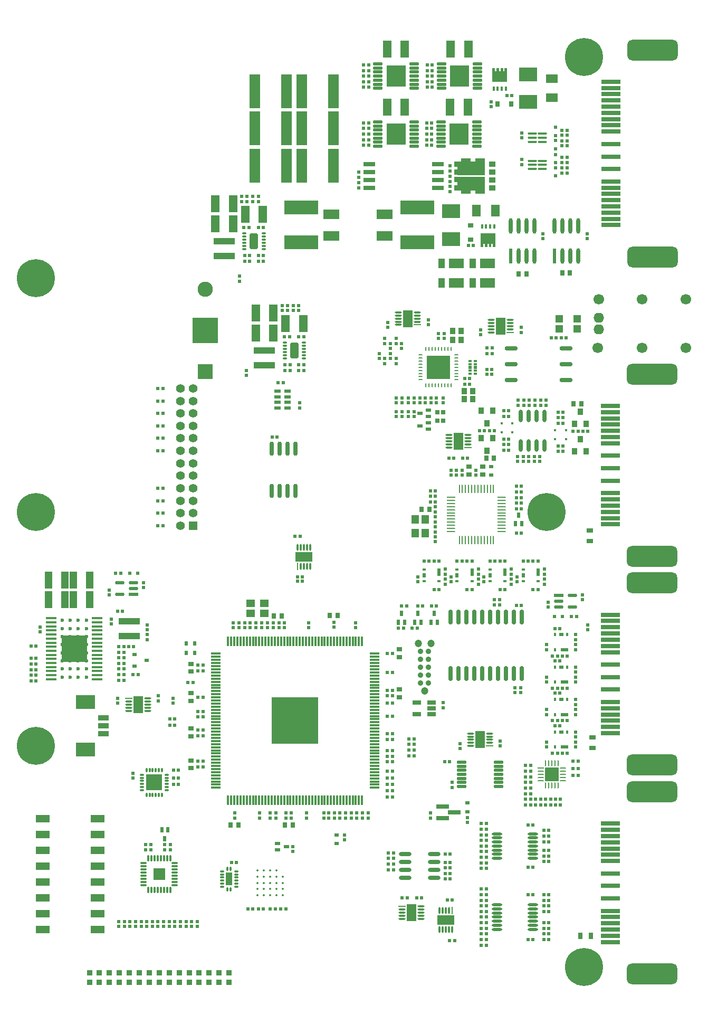
<source format=gts>
G04*
G04 #@! TF.GenerationSoftware,Altium Limited,Altium Designer,24.9.1 (31)*
G04*
G04 Layer_Color=8388736*
%FSLAX44Y44*%
%MOMM*%
G71*
G04*
G04 #@! TF.SameCoordinates,CDEC626A-A255-468D-B0CC-3EE591A55D7D*
G04*
G04*
G04 #@! TF.FilePolarity,Negative*
G04*
G01*
G75*
%ADD27R,4.1100X4.3600*%
G04:AMPARAMS|DCode=28|XSize=2.4692mm|YSize=0.6221mm|CornerRadius=0.3111mm|HoleSize=0mm|Usage=FLASHONLY|Rotation=90.000|XOffset=0mm|YOffset=0mm|HoleType=Round|Shape=RoundedRectangle|*
%AMROUNDEDRECTD28*
21,1,2.4692,0.0000,0,0,90.0*
21,1,1.8470,0.6221,0,0,90.0*
1,1,0.6221,0.0000,0.9235*
1,1,0.6221,0.0000,-0.9235*
1,1,0.6221,0.0000,-0.9235*
1,1,0.6221,0.0000,0.9235*
%
%ADD28ROUNDEDRECTD28*%
%ADD29R,0.6221X2.4692*%
%ADD31R,0.5000X0.4000*%
%ADD32R,0.5000X0.7500*%
%ADD33R,0.5000X1.3000*%
%ADD36R,0.4000X0.5000*%
%ADD37R,0.7500X0.5000*%
%ADD38R,1.3000X0.5000*%
%ADD40R,1.3552X0.2125*%
G04:AMPARAMS|DCode=41|XSize=1.3552mm|YSize=0.2125mm|CornerRadius=0.1062mm|HoleSize=0mm|Usage=FLASHONLY|Rotation=0.000|XOffset=0mm|YOffset=0mm|HoleType=Round|Shape=RoundedRectangle|*
%AMROUNDEDRECTD41*
21,1,1.3552,0.0000,0,0,0.0*
21,1,1.1428,0.2125,0,0,0.0*
1,1,0.2125,0.5714,0.0000*
1,1,0.2125,-0.5714,0.0000*
1,1,0.2125,-0.5714,0.0000*
1,1,0.2125,0.5714,0.0000*
%
%ADD41ROUNDEDRECTD41*%
G04:AMPARAMS|DCode=42|XSize=0.2125mm|YSize=1.3552mm|CornerRadius=0.1062mm|HoleSize=0mm|Usage=FLASHONLY|Rotation=0.000|XOffset=0mm|YOffset=0mm|HoleType=Round|Shape=RoundedRectangle|*
%AMROUNDEDRECTD42*
21,1,0.2125,1.1428,0,0,0.0*
21,1,0.0000,1.3552,0,0,0.0*
1,1,0.2125,0.0000,-0.5714*
1,1,0.2125,0.0000,-0.5714*
1,1,0.2125,0.0000,0.5714*
1,1,0.2125,0.0000,0.5714*
%
%ADD42ROUNDEDRECTD42*%
%ADD43R,0.8000X0.6000*%
%ADD45R,1.2000X1.4000*%
%ADD46R,0.4000X0.4000*%
G04:AMPARAMS|DCode=47|XSize=1.1596mm|YSize=0.2821mm|CornerRadius=0.1411mm|HoleSize=0mm|Usage=FLASHONLY|Rotation=180.000|XOffset=0mm|YOffset=0mm|HoleType=Round|Shape=RoundedRectangle|*
%AMROUNDEDRECTD47*
21,1,1.1596,0.0000,0,0,180.0*
21,1,0.8775,0.2821,0,0,180.0*
1,1,0.2821,-0.4387,0.0000*
1,1,0.2821,0.4387,0.0000*
1,1,0.2821,0.4387,0.0000*
1,1,0.2821,-0.4387,0.0000*
%
%ADD47ROUNDEDRECTD47*%
%ADD48R,1.1596X0.2821*%
%ADD52R,3.4000X0.9800*%
%ADD61R,1.8000X0.3000*%
%ADD62R,1.5046X0.5758*%
%ADD64R,0.6000X0.8000*%
%ADD67R,2.5000X1.5000*%
%ADD72R,1.0041X0.2393*%
G04:AMPARAMS|DCode=73|XSize=1.0041mm|YSize=0.2393mm|CornerRadius=0.1196mm|HoleSize=0mm|Usage=FLASHONLY|Rotation=0.000|XOffset=0mm|YOffset=0mm|HoleType=Round|Shape=RoundedRectangle|*
%AMROUNDEDRECTD73*
21,1,1.0041,0.0000,0,0,0.0*
21,1,0.7648,0.2393,0,0,0.0*
1,1,0.2393,0.3824,0.0000*
1,1,0.2393,-0.3824,0.0000*
1,1,0.2393,-0.3824,0.0000*
1,1,0.2393,0.3824,0.0000*
%
%ADD73ROUNDEDRECTD73*%
G04:AMPARAMS|DCode=74|XSize=0.2393mm|YSize=1.0041mm|CornerRadius=0.1196mm|HoleSize=0mm|Usage=FLASHONLY|Rotation=0.000|XOffset=0mm|YOffset=0mm|HoleType=Round|Shape=RoundedRectangle|*
%AMROUNDEDRECTD74*
21,1,0.2393,0.7648,0,0,0.0*
21,1,0.0000,1.0041,0,0,0.0*
1,1,0.2393,0.0000,-0.3824*
1,1,0.2393,0.0000,-0.3824*
1,1,0.2393,0.0000,0.3824*
1,1,0.2393,0.0000,0.3824*
%
%ADD74ROUNDEDRECTD74*%
G04:AMPARAMS|DCode=76|XSize=0.6mm|YSize=0.25mm|CornerRadius=0.125mm|HoleSize=0mm|Usage=FLASHONLY|Rotation=90.000|XOffset=0mm|YOffset=0mm|HoleType=Round|Shape=RoundedRectangle|*
%AMROUNDEDRECTD76*
21,1,0.6000,0.0000,0,0,90.0*
21,1,0.3500,0.2500,0,0,90.0*
1,1,0.2500,0.0000,0.1750*
1,1,0.2500,0.0000,-0.1750*
1,1,0.2500,0.0000,-0.1750*
1,1,0.2500,0.0000,0.1750*
%
%ADD76ROUNDEDRECTD76*%
G04:AMPARAMS|DCode=77|XSize=0.25mm|YSize=0.6mm|CornerRadius=0.125mm|HoleSize=0mm|Usage=FLASHONLY|Rotation=90.000|XOffset=0mm|YOffset=0mm|HoleType=Round|Shape=RoundedRectangle|*
%AMROUNDEDRECTD77*
21,1,0.2500,0.3500,0,0,90.0*
21,1,0.0000,0.6000,0,0,90.0*
1,1,0.2500,0.1750,0.0000*
1,1,0.2500,0.1750,0.0000*
1,1,0.2500,-0.1750,0.0000*
1,1,0.2500,-0.1750,0.0000*
%
%ADD77ROUNDEDRECTD77*%
%ADD78R,0.8000X0.9500*%
%ADD80R,0.6500X0.7500*%
%ADD92R,1.4000X1.2000*%
G04:AMPARAMS|DCode=94|XSize=1.1596mm|YSize=0.2821mm|CornerRadius=0.1411mm|HoleSize=0mm|Usage=FLASHONLY|Rotation=90.000|XOffset=0mm|YOffset=0mm|HoleType=Round|Shape=RoundedRectangle|*
%AMROUNDEDRECTD94*
21,1,1.1596,0.0000,0,0,90.0*
21,1,0.8775,0.2821,0,0,90.0*
1,1,0.2821,0.0000,0.4387*
1,1,0.2821,0.0000,-0.4387*
1,1,0.2821,0.0000,-0.4387*
1,1,0.2821,0.0000,0.4387*
%
%ADD94ROUNDEDRECTD94*%
%ADD95R,0.2821X1.1596*%
G04:AMPARAMS|DCode=96|XSize=1.5046mm|YSize=0.5758mm|CornerRadius=0.2879mm|HoleSize=0mm|Usage=FLASHONLY|Rotation=180.000|XOffset=0mm|YOffset=0mm|HoleType=Round|Shape=RoundedRectangle|*
%AMROUNDEDRECTD96*
21,1,1.5046,0.0000,0,0,180.0*
21,1,0.9288,0.5758,0,0,180.0*
1,1,0.5758,-0.4644,0.0000*
1,1,0.5758,0.4644,0.0000*
1,1,0.5758,0.4644,0.0000*
1,1,0.5758,-0.4644,0.0000*
%
%ADD96ROUNDEDRECTD96*%
%ADD99C,0.3500*%
G04:AMPARAMS|DCode=102|XSize=1.464mm|YSize=0.3758mm|CornerRadius=0.1879mm|HoleSize=0mm|Usage=FLASHONLY|Rotation=180.000|XOffset=0mm|YOffset=0mm|HoleType=Round|Shape=RoundedRectangle|*
%AMROUNDEDRECTD102*
21,1,1.4640,0.0000,0,0,180.0*
21,1,1.0881,0.3758,0,0,180.0*
1,1,0.3758,-0.5441,0.0000*
1,1,0.3758,0.5441,0.0000*
1,1,0.3758,0.5441,0.0000*
1,1,0.3758,-0.5441,0.0000*
%
%ADD102ROUNDEDRECTD102*%
%ADD103R,1.4640X0.3758*%
%ADD107R,0.4200X0.7000*%
%ADD108C,1.5188*%
%ADD109R,1.8382X1.4532*%
%ADD110R,1.4532X1.8382*%
%ADD111R,1.0000X0.7000*%
%ADD112R,0.7000X1.0000*%
%ADD113R,2.4000X1.5000*%
%ADD114R,1.0500X1.5000*%
%ADD127R,0.5500X0.5500*%
%ADD128R,0.5500X0.5500*%
%ADD129R,0.5000X0.8500*%
%ADD130R,0.9500X0.8000*%
%ADD131C,0.9000*%
%ADD132R,1.5800X2.6800*%
G04:AMPARAMS|DCode=133|XSize=2.6mm|YSize=1.4mm|CornerRadius=0.375mm|HoleSize=0mm|Usage=FLASHONLY|Rotation=270.000|XOffset=0mm|YOffset=0mm|HoleType=Round|Shape=RoundedRectangle|*
%AMROUNDEDRECTD133*
21,1,2.6000,0.6500,0,0,270.0*
21,1,1.8500,1.4000,0,0,270.0*
1,1,0.7500,-0.3250,-0.9250*
1,1,0.7500,-0.3250,0.9250*
1,1,0.7500,0.3250,0.9250*
1,1,0.7500,0.3250,-0.9250*
%
%ADD133ROUNDEDRECTD133*%
G04:AMPARAMS|DCode=134|XSize=0.35mm|YSize=0.72mm|CornerRadius=0.1125mm|HoleSize=0mm|Usage=FLASHONLY|Rotation=270.000|XOffset=0mm|YOffset=0mm|HoleType=Round|Shape=RoundedRectangle|*
%AMROUNDEDRECTD134*
21,1,0.3500,0.4950,0,0,270.0*
21,1,0.1250,0.7200,0,0,270.0*
1,1,0.2250,-0.2475,-0.0625*
1,1,0.2250,-0.2475,0.0625*
1,1,0.2250,0.2475,0.0625*
1,1,0.2250,0.2475,-0.0625*
%
%ADD134ROUNDEDRECTD134*%
%ADD135R,1.3500X2.8000*%
%ADD136R,0.9000X1.0000*%
%ADD137O,0.7000X2.0000*%
%ADD138O,0.7500X0.3500*%
%ADD139O,0.3500X0.7500*%
%ADD140R,2.5000X2.5000*%
%ADD141O,0.7000X2.3000*%
G04:AMPARAMS|DCode=142|XSize=0.4mm|YSize=1.55mm|CornerRadius=0.125mm|HoleSize=0mm|Usage=FLASHONLY|Rotation=0.000|XOffset=0mm|YOffset=0mm|HoleType=Round|Shape=RoundedRectangle|*
%AMROUNDEDRECTD142*
21,1,0.4000,1.3000,0,0,0.0*
21,1,0.1500,1.5500,0,0,0.0*
1,1,0.2500,0.0750,-0.6500*
1,1,0.2500,-0.0750,-0.6500*
1,1,0.2500,-0.0750,0.6500*
1,1,0.2500,0.0750,0.6500*
%
%ADD142ROUNDEDRECTD142*%
G04:AMPARAMS|DCode=143|XSize=0.4mm|YSize=1.55mm|CornerRadius=0.125mm|HoleSize=0mm|Usage=FLASHONLY|Rotation=90.000|XOffset=0mm|YOffset=0mm|HoleType=Round|Shape=RoundedRectangle|*
%AMROUNDEDRECTD143*
21,1,0.4000,1.3000,0,0,90.0*
21,1,0.1500,1.5500,0,0,90.0*
1,1,0.2500,0.6500,0.0750*
1,1,0.2500,0.6500,-0.0750*
1,1,0.2500,-0.6500,-0.0750*
1,1,0.2500,-0.6500,0.0750*
%
%ADD143ROUNDEDRECTD143*%
%ADD144R,2.0000X0.7000*%
G04:AMPARAMS|DCode=145|XSize=0.55mm|YSize=1.5mm|CornerRadius=0.0995mm|HoleSize=0mm|Usage=FLASHONLY|Rotation=270.000|XOffset=0mm|YOffset=0mm|HoleType=Round|Shape=RoundedRectangle|*
%AMROUNDEDRECTD145*
21,1,0.5500,1.3010,0,0,270.0*
21,1,0.3510,1.5000,0,0,270.0*
1,1,0.1990,-0.6505,-0.1755*
1,1,0.1990,-0.6505,0.1755*
1,1,0.1990,0.6505,0.1755*
1,1,0.1990,0.6505,-0.1755*
%
%ADD145ROUNDEDRECTD145*%
%ADD146R,7.4500X7.4500*%
%ADD147O,0.7000X2.4000*%
%ADD148R,0.7000X0.6000*%
%ADD149R,0.8500X0.5000*%
%ADD150R,1.3000X1.3000*%
%ADD151R,4.0600X4.0600*%
%ADD152R,2.2500X2.2500*%
%ADD153R,1.8000X5.5000*%
%ADD154R,3.7000X3.7000*%
%ADD155R,0.9000X1.0500*%
%ADD156O,2.1000X0.7000*%
%ADD157R,0.6000X0.3500*%
%ADD158R,0.6000X0.5500*%
%ADD159R,2.8430X2.2590*%
%ADD160O,1.6500X0.4500*%
G04:AMPARAMS|DCode=161|XSize=3.42mm|YSize=8.1mm|CornerRadius=0.88mm|HoleSize=0mm|Usage=FLASHONLY|Rotation=90.000|XOffset=0mm|YOffset=0mm|HoleType=Round|Shape=RoundedRectangle|*
%AMROUNDEDRECTD161*
21,1,3.4200,6.3400,0,0,90.0*
21,1,1.6600,8.1000,0,0,90.0*
1,1,1.7600,3.1700,0.8300*
1,1,1.7600,3.1700,-0.8300*
1,1,1.7600,-3.1700,-0.8300*
1,1,1.7600,-3.1700,0.8300*
%
%ADD161ROUNDEDRECTD161*%
G04:AMPARAMS|DCode=162|XSize=0.76mm|YSize=3.1mm|CornerRadius=0.215mm|HoleSize=0mm|Usage=FLASHONLY|Rotation=90.000|XOffset=0mm|YOffset=0mm|HoleType=Round|Shape=RoundedRectangle|*
%AMROUNDEDRECTD162*
21,1,0.7600,2.6700,0,0,90.0*
21,1,0.3300,3.1000,0,0,90.0*
1,1,0.4300,1.3350,0.1650*
1,1,0.4300,1.3350,-0.1650*
1,1,0.4300,-1.3350,-0.1650*
1,1,0.4300,-1.3350,0.1650*
%
%ADD162ROUNDEDRECTD162*%
%ADD163R,1.7000X0.9100*%
%ADD164R,3.1000X2.2000*%
G04:AMPARAMS|DCode=165|XSize=0.37mm|YSize=1mm|CornerRadius=0.1175mm|HoleSize=0mm|Usage=FLASHONLY|Rotation=90.000|XOffset=0mm|YOffset=0mm|HoleType=Round|Shape=RoundedRectangle|*
%AMROUNDEDRECTD165*
21,1,0.3700,0.7650,0,0,90.0*
21,1,0.1350,1.0000,0,0,90.0*
1,1,0.2350,0.3825,0.0675*
1,1,0.2350,0.3825,-0.0675*
1,1,0.2350,-0.3825,-0.0675*
1,1,0.2350,-0.3825,0.0675*
%
%ADD165ROUNDEDRECTD165*%
%ADD166R,1.9000X1.9000*%
G04:AMPARAMS|DCode=167|XSize=0.37mm|YSize=1mm|CornerRadius=0.1175mm|HoleSize=0mm|Usage=FLASHONLY|Rotation=180.000|XOffset=0mm|YOffset=0mm|HoleType=Round|Shape=RoundedRectangle|*
%AMROUNDEDRECTD167*
21,1,0.3700,0.7650,0,0,180.0*
21,1,0.1350,1.0000,0,0,180.0*
1,1,0.2350,-0.0675,0.3825*
1,1,0.2350,0.0675,0.3825*
1,1,0.2350,0.0675,-0.3825*
1,1,0.2350,-0.0675,-0.3825*
%
%ADD167ROUNDEDRECTD167*%
%ADD168R,1.9000X0.7000*%
%ADD169R,2.6800X1.5800*%
%ADD170O,2.0000X0.7000*%
%ADD171R,1.0000X0.6000*%
G04:AMPARAMS|DCode=172|XSize=0.55mm|YSize=1.6mm|CornerRadius=0.1625mm|HoleSize=0mm|Usage=FLASHONLY|Rotation=90.000|XOffset=0mm|YOffset=0mm|HoleType=Round|Shape=RoundedRectangle|*
%AMROUNDEDRECTD172*
21,1,0.5500,1.2750,0,0,90.0*
21,1,0.2250,1.6000,0,0,90.0*
1,1,0.3250,0.6375,0.1125*
1,1,0.3250,0.6375,-0.1125*
1,1,0.3250,-0.6375,-0.1125*
1,1,0.3250,-0.6375,0.1125*
%
%ADD172ROUNDEDRECTD172*%
%ADD173R,3.0400X3.4400*%
%ADD174R,2.3000X1.2000*%
%ADD175R,0.9000X0.9000*%
%ADD176R,1.1000X0.8500*%
%ADD177R,0.5800X0.5000*%
%ADD178R,0.7300X0.9300*%
%ADD179R,0.9300X0.7300*%
%ADD180R,0.5000X0.5800*%
%ADD181R,5.5000X2.3000*%
%ADD182R,1.1500X2.7000*%
%ADD183R,1.1000X2.1000*%
G04:AMPARAMS|DCode=184|XSize=0.35mm|YSize=0.7mm|CornerRadius=0.1125mm|HoleSize=0mm|Usage=FLASHONLY|Rotation=0.000|XOffset=0mm|YOffset=0mm|HoleType=Round|Shape=RoundedRectangle|*
%AMROUNDEDRECTD184*
21,1,0.3500,0.4750,0,0,0.0*
21,1,0.1250,0.7000,0,0,0.0*
1,1,0.2250,0.0625,-0.2375*
1,1,0.2250,-0.0625,-0.2375*
1,1,0.2250,-0.0625,0.2375*
1,1,0.2250,0.0625,0.2375*
%
%ADD184ROUNDEDRECTD184*%
G04:AMPARAMS|DCode=185|XSize=0.35mm|YSize=0.7mm|CornerRadius=0.1125mm|HoleSize=0mm|Usage=FLASHONLY|Rotation=270.000|XOffset=0mm|YOffset=0mm|HoleType=Round|Shape=RoundedRectangle|*
%AMROUNDEDRECTD185*
21,1,0.3500,0.4750,0,0,270.0*
21,1,0.1250,0.7000,0,0,270.0*
1,1,0.2250,-0.2375,-0.0625*
1,1,0.2250,-0.2375,0.0625*
1,1,0.2250,0.2375,0.0625*
1,1,0.2250,0.2375,-0.0625*
%
%ADD185ROUNDEDRECTD185*%
%ADD186R,1.4000X0.8000*%
%ADD187R,4.3800X2.1800*%
%ADD188R,1.5000X2.6750*%
%ADD189C,1.2000*%
%ADD190C,1.3900*%
%ADD191R,1.3900X1.3900*%
%ADD192C,2.4500*%
%ADD193R,2.4500X2.4500*%
%ADD194O,1.7000X1.6000*%
%ADD195C,1.7000*%
%ADD196C,0.1000*%
%ADD197C,6.1000*%
%ADD198C,0.6000*%
G36*
X337600Y424500D02*
X333400D01*
Y429900D01*
X331100D01*
Y424500D01*
X326900D01*
Y429900D01*
X324600D01*
Y424500D01*
X320400D01*
Y429900D01*
X318100D01*
Y424500D01*
X313900D01*
Y447000D01*
X337600D01*
Y424500D01*
D02*
G37*
G36*
X356263Y689563D02*
X332562D01*
Y712063D01*
X336763D01*
Y706663D01*
X339062D01*
Y712063D01*
X343262D01*
Y706663D01*
X345563D01*
Y712063D01*
X349762D01*
Y706663D01*
X352062D01*
Y712063D01*
X356263D01*
Y689563D01*
D02*
G37*
D27*
X-338500Y-219500D02*
D03*
D28*
X362000Y458386D02*
D03*
X374700D02*
D03*
X387400D02*
D03*
X400100D02*
D03*
Y410114D02*
D03*
X387400D02*
D03*
X374700D02*
D03*
X432000Y458386D02*
D03*
X444700D02*
D03*
X457400D02*
D03*
X470100D02*
D03*
Y410114D02*
D03*
X457400D02*
D03*
X444700D02*
D03*
D29*
X362000D02*
D03*
X432000D02*
D03*
D31*
X223000Y-92500D02*
D03*
Y-111500D02*
D03*
X247000D02*
D03*
X300000D02*
D03*
X276000D02*
D03*
Y-92500D02*
D03*
X353000Y-111500D02*
D03*
X329000D02*
D03*
Y-92500D02*
D03*
X406000Y-111500D02*
D03*
X382000D02*
D03*
Y-92500D02*
D03*
D32*
X223000Y-102000D02*
D03*
X276000D02*
D03*
X329000D02*
D03*
X382000D02*
D03*
D33*
X247000Y-97000D02*
D03*
X300000D02*
D03*
X353000D02*
D03*
X406000D02*
D03*
D36*
X452500Y-353000D02*
D03*
X433500D02*
D03*
Y-377000D02*
D03*
X452500Y-301000D02*
D03*
X433500D02*
D03*
Y-325000D02*
D03*
X452500Y-249000D02*
D03*
X433500D02*
D03*
Y-273000D02*
D03*
X452500Y-197000D02*
D03*
X433500D02*
D03*
Y-221000D02*
D03*
D37*
X443000Y-353000D02*
D03*
Y-301000D02*
D03*
Y-249000D02*
D03*
Y-197000D02*
D03*
D38*
X448000Y-377000D02*
D03*
Y-325000D02*
D03*
Y-273000D02*
D03*
Y-221000D02*
D03*
D40*
X266245Y23500D02*
D03*
D41*
Y18500D02*
D03*
Y13500D02*
D03*
Y8500D02*
D03*
Y3500D02*
D03*
Y-1500D02*
D03*
Y-6500D02*
D03*
Y-11500D02*
D03*
Y-16500D02*
D03*
Y-21500D02*
D03*
Y-26500D02*
D03*
Y-31500D02*
D03*
X347755D02*
D03*
Y-26500D02*
D03*
Y-21500D02*
D03*
Y-16500D02*
D03*
Y-11500D02*
D03*
Y-6500D02*
D03*
Y-1500D02*
D03*
Y3500D02*
D03*
Y8500D02*
D03*
Y13500D02*
D03*
Y18500D02*
D03*
Y23500D02*
D03*
D42*
X279500Y-44755D02*
D03*
X284500D02*
D03*
X289500D02*
D03*
X294500D02*
D03*
X299500D02*
D03*
X304500D02*
D03*
X309500D02*
D03*
X314500D02*
D03*
X319500D02*
D03*
X324500D02*
D03*
X329500D02*
D03*
X334500D02*
D03*
Y36755D02*
D03*
X329500D02*
D03*
X324500D02*
D03*
X319500D02*
D03*
X314500D02*
D03*
X309500D02*
D03*
X304500D02*
D03*
X299500D02*
D03*
X294500D02*
D03*
X289500D02*
D03*
X284500D02*
D03*
X279500D02*
D03*
D43*
X331000Y73000D02*
D03*
Y59000D02*
D03*
X83000Y-518000D02*
D03*
X293000Y-481000D02*
D03*
Y-467000D02*
D03*
X83000Y-532000D02*
D03*
D45*
X209000Y-12000D02*
D03*
Y-34000D02*
D03*
X225000D02*
D03*
Y-12000D02*
D03*
D46*
X433500Y117000D02*
D03*
X450500D02*
D03*
Y131000D02*
D03*
X433500D02*
D03*
X347500Y128000D02*
D03*
X364500D02*
D03*
Y142000D02*
D03*
X347500D02*
D03*
D47*
X263202Y103473D02*
D03*
Y108473D02*
D03*
Y113473D02*
D03*
Y118473D02*
D03*
Y123473D02*
D03*
X293727D02*
D03*
Y118473D02*
D03*
Y113473D02*
D03*
Y108473D02*
D03*
X218263Y-633000D02*
D03*
Y-638000D02*
D03*
Y-643000D02*
D03*
Y-648000D02*
D03*
Y-653000D02*
D03*
X187738D02*
D03*
Y-648000D02*
D03*
Y-643000D02*
D03*
Y-638000D02*
D03*
X297738Y-375500D02*
D03*
Y-370500D02*
D03*
Y-365500D02*
D03*
Y-360500D02*
D03*
Y-355500D02*
D03*
X328262D02*
D03*
Y-360500D02*
D03*
Y-365500D02*
D03*
Y-370500D02*
D03*
X-220737Y-299000D02*
D03*
Y-304000D02*
D03*
Y-309000D02*
D03*
Y-314000D02*
D03*
Y-319000D02*
D03*
X-251262D02*
D03*
Y-314000D02*
D03*
Y-309000D02*
D03*
Y-304000D02*
D03*
X330737Y288000D02*
D03*
Y293000D02*
D03*
Y298000D02*
D03*
Y303000D02*
D03*
Y308000D02*
D03*
X361262D02*
D03*
Y303000D02*
D03*
Y298000D02*
D03*
Y293000D02*
D03*
X181737Y300000D02*
D03*
Y305000D02*
D03*
Y310000D02*
D03*
Y315000D02*
D03*
Y320000D02*
D03*
X212262D02*
D03*
Y315000D02*
D03*
Y310000D02*
D03*
Y305000D02*
D03*
D48*
X293727Y103473D02*
D03*
X187738Y-633000D02*
D03*
X328262Y-375500D02*
D03*
X-251262Y-299000D02*
D03*
X361262Y288000D02*
D03*
X212262Y300000D02*
D03*
D52*
X-33000Y258850D02*
D03*
Y235150D02*
D03*
X-250000Y-175150D02*
D03*
Y-198850D02*
D03*
X-98000Y433850D02*
D03*
Y410150D02*
D03*
D61*
X-375500Y-209750D02*
D03*
X-301500Y-170750D02*
D03*
Y-177250D02*
D03*
Y-183750D02*
D03*
Y-190250D02*
D03*
Y-196750D02*
D03*
Y-203250D02*
D03*
Y-209750D02*
D03*
Y-216250D02*
D03*
Y-222750D02*
D03*
Y-229250D02*
D03*
Y-235750D02*
D03*
Y-242250D02*
D03*
Y-248750D02*
D03*
Y-255250D02*
D03*
Y-261750D02*
D03*
Y-268250D02*
D03*
X-375500D02*
D03*
Y-261750D02*
D03*
Y-255250D02*
D03*
Y-248750D02*
D03*
Y-242250D02*
D03*
Y-235750D02*
D03*
Y-229250D02*
D03*
Y-222750D02*
D03*
Y-216250D02*
D03*
Y-203250D02*
D03*
Y-196750D02*
D03*
Y-190250D02*
D03*
Y-183750D02*
D03*
Y-177250D02*
D03*
Y-170750D02*
D03*
D62*
X439000Y-134000D02*
D03*
X-243508Y-132465D02*
D03*
D64*
X-145000Y-226000D02*
D03*
Y-211000D02*
D03*
X-159000Y-226000D02*
D03*
Y-211000D02*
D03*
D67*
X159500Y442500D02*
D03*
X74500D02*
D03*
X159500Y477500D02*
D03*
X74500D02*
D03*
D72*
X410229Y-411000D02*
D03*
D73*
Y-416000D02*
D03*
Y-421000D02*
D03*
Y-426000D02*
D03*
Y-431000D02*
D03*
X445771D02*
D03*
Y-426000D02*
D03*
Y-421000D02*
D03*
Y-416000D02*
D03*
Y-411000D02*
D03*
D74*
X418000Y-438770D02*
D03*
X423000D02*
D03*
X428000D02*
D03*
X433000D02*
D03*
X438000D02*
D03*
Y-403229D02*
D03*
X433000D02*
D03*
X428000D02*
D03*
X423000D02*
D03*
X418000D02*
D03*
D76*
X226000Y203000D02*
D03*
X231000D02*
D03*
X236000D02*
D03*
X241000D02*
D03*
X246000D02*
D03*
X251000D02*
D03*
X256000D02*
D03*
X261000D02*
D03*
X266000D02*
D03*
Y261000D02*
D03*
X261000D02*
D03*
X256000D02*
D03*
X251000D02*
D03*
X246000D02*
D03*
X241000D02*
D03*
X236000D02*
D03*
X231000D02*
D03*
X226000D02*
D03*
D77*
X275000Y212000D02*
D03*
Y217000D02*
D03*
Y222000D02*
D03*
Y227000D02*
D03*
Y232000D02*
D03*
Y237000D02*
D03*
Y242000D02*
D03*
Y247000D02*
D03*
Y252000D02*
D03*
X217000D02*
D03*
Y247000D02*
D03*
Y242000D02*
D03*
Y237000D02*
D03*
Y232000D02*
D03*
Y227000D02*
D03*
Y222000D02*
D03*
Y217000D02*
D03*
Y212000D02*
D03*
D78*
X457250Y383000D02*
D03*
X444750D02*
D03*
X387250Y382000D02*
D03*
X374750D02*
D03*
X218750Y4000D02*
D03*
X231250D02*
D03*
X475250Y173000D02*
D03*
X462750D02*
D03*
X322750Y86000D02*
D03*
X335250D02*
D03*
X-18250Y-167000D02*
D03*
X-5750D02*
D03*
X-250Y-502000D02*
D03*
X12250D02*
D03*
X-87250D02*
D03*
X-74750D02*
D03*
X71750Y-166012D02*
D03*
X84250D02*
D03*
D80*
X244000Y159500D02*
D03*
Y146500D02*
D03*
X254000D02*
D03*
Y159500D02*
D03*
D92*
X-55000Y-147000D02*
D03*
X-33000D02*
D03*
Y-163000D02*
D03*
X-55000D02*
D03*
D94*
X20000Y-56737D02*
D03*
X25000D02*
D03*
X30000D02*
D03*
X35000D02*
D03*
X40000D02*
D03*
Y-87262D02*
D03*
X35000D02*
D03*
X30000D02*
D03*
X25000D02*
D03*
X268000Y-670263D02*
D03*
X263000D02*
D03*
X258000D02*
D03*
X253000D02*
D03*
X248000D02*
D03*
Y-639738D02*
D03*
X253000D02*
D03*
X258000D02*
D03*
X263000D02*
D03*
D95*
X20000Y-87262D02*
D03*
X268000Y-639738D02*
D03*
D96*
X-265524Y-132465D02*
D03*
Y-113465D02*
D03*
X-243508D02*
D03*
Y-122965D02*
D03*
X461016Y-134000D02*
D03*
Y-153000D02*
D03*
X439000D02*
D03*
Y-143500D02*
D03*
D99*
X-44000Y-615000D02*
D03*
Y-605000D02*
D03*
Y-595000D02*
D03*
Y-585000D02*
D03*
Y-575000D02*
D03*
X-34000Y-615000D02*
D03*
Y-605000D02*
D03*
Y-595000D02*
D03*
Y-585000D02*
D03*
Y-575000D02*
D03*
X-24000Y-615000D02*
D03*
Y-605000D02*
D03*
Y-595000D02*
D03*
Y-585000D02*
D03*
Y-575000D02*
D03*
X-14000Y-615000D02*
D03*
Y-605000D02*
D03*
Y-595000D02*
D03*
Y-585000D02*
D03*
Y-575000D02*
D03*
X-4000Y-615000D02*
D03*
Y-605000D02*
D03*
Y-595000D02*
D03*
Y-585000D02*
D03*
D102*
X396799Y593500D02*
D03*
Y600000D02*
D03*
Y606500D02*
D03*
X413201D02*
D03*
Y600000D02*
D03*
X396799Y550100D02*
D03*
Y556600D02*
D03*
Y563100D02*
D03*
X413201D02*
D03*
Y556600D02*
D03*
D103*
Y593500D02*
D03*
Y550100D02*
D03*
D107*
X354162Y678562D02*
D03*
X347663D02*
D03*
X341162D02*
D03*
X334663D02*
D03*
X316000Y458000D02*
D03*
X322500D02*
D03*
X329000D02*
D03*
X335500D02*
D03*
D108*
X341000Y698000D02*
D03*
X329162Y438563D02*
D03*
D109*
X428000Y695158D02*
D03*
Y664842D02*
D03*
D110*
X306842Y483000D02*
D03*
X337158D02*
D03*
D111*
X493000Y-361500D02*
D03*
Y-378500D02*
D03*
X489000Y-29500D02*
D03*
Y-46500D02*
D03*
D112*
X490500Y-680000D02*
D03*
X473500D02*
D03*
D113*
X274500Y367000D02*
D03*
Y399000D02*
D03*
X324500Y367000D02*
D03*
Y399000D02*
D03*
D114*
X250750Y367000D02*
D03*
Y399000D02*
D03*
X300750Y367000D02*
D03*
Y399000D02*
D03*
D127*
X239000Y-125000D02*
D03*
X247000D02*
D03*
X231000Y-79000D02*
D03*
X223000D02*
D03*
X239000D02*
D03*
X247000D02*
D03*
X300000Y-125000D02*
D03*
X292000D02*
D03*
X276000Y-79000D02*
D03*
X284000D02*
D03*
X300000D02*
D03*
X292000D02*
D03*
X353000Y-125000D02*
D03*
X345000D02*
D03*
X329000Y-79000D02*
D03*
X337000D02*
D03*
X353000D02*
D03*
X345000D02*
D03*
X406000Y-125000D02*
D03*
X398000D02*
D03*
X382000Y-79000D02*
D03*
X390000D02*
D03*
X406000D02*
D03*
X398000D02*
D03*
X441000Y-343000D02*
D03*
X433000D02*
D03*
X429000Y-387000D02*
D03*
X437000D02*
D03*
X453000D02*
D03*
X445000D02*
D03*
X433000Y-291000D02*
D03*
X441000D02*
D03*
X429000Y-335000D02*
D03*
X437000D02*
D03*
X453000D02*
D03*
X445000D02*
D03*
X433000Y-239000D02*
D03*
X441000D02*
D03*
X429000Y-283000D02*
D03*
X437000D02*
D03*
X453000D02*
D03*
X445000D02*
D03*
X379000Y41000D02*
D03*
X371000D02*
D03*
X371000Y5000D02*
D03*
X379000D02*
D03*
X371000Y14000D02*
D03*
X379000D02*
D03*
X379000Y23000D02*
D03*
X371000D02*
D03*
X371000Y32000D02*
D03*
X379000D02*
D03*
X233000Y34000D02*
D03*
X241000D02*
D03*
X241000Y25000D02*
D03*
X233000D02*
D03*
X241000Y16000D02*
D03*
X233000D02*
D03*
X371000Y-34000D02*
D03*
X379000D02*
D03*
X438000Y142000D02*
D03*
X446000D02*
D03*
X351000Y99000D02*
D03*
X359000D02*
D03*
X446000Y160000D02*
D03*
X438000D02*
D03*
X263000Y86000D02*
D03*
X271000D02*
D03*
X293000D02*
D03*
X285000D02*
D03*
X219000Y-619000D02*
D03*
X211000D02*
D03*
X188000D02*
D03*
X196000D02*
D03*
X22000Y281000D02*
D03*
X30000D02*
D03*
X-0Y236000D02*
D03*
X8000D02*
D03*
X30000D02*
D03*
X22000D02*
D03*
X-1000Y281000D02*
D03*
X7000D02*
D03*
X-148000Y-274000D02*
D03*
X-156000D02*
D03*
X22000Y227000D02*
D03*
X30000D02*
D03*
X8000D02*
D03*
X-0D02*
D03*
X351000Y108000D02*
D03*
X359000D02*
D03*
X446000Y151000D02*
D03*
X438000D02*
D03*
X351000Y117000D02*
D03*
X359000D02*
D03*
X312000Y130000D02*
D03*
X320000D02*
D03*
X486000Y129000D02*
D03*
X478000D02*
D03*
X328000Y130000D02*
D03*
X336000D02*
D03*
X470000Y129000D02*
D03*
X462000D02*
D03*
X359000Y153000D02*
D03*
X351000D02*
D03*
X438000Y106000D02*
D03*
X446000D02*
D03*
X359000Y162000D02*
D03*
X351000D02*
D03*
X438000Y97000D02*
D03*
X446000D02*
D03*
X172000Y-437000D02*
D03*
X164000D02*
D03*
X172000Y-457000D02*
D03*
X164000D02*
D03*
X164000Y-447000D02*
D03*
X172000D02*
D03*
X-13000Y120000D02*
D03*
X-21000D02*
D03*
X265000Y-562000D02*
D03*
X166000Y-547000D02*
D03*
X315000Y-500000D02*
D03*
Y-572000D02*
D03*
X164000Y-427000D02*
D03*
X390000Y-570000D02*
D03*
X164000Y-416000D02*
D03*
X390000Y-502000D02*
D03*
X164000Y-383000D02*
D03*
Y-401000D02*
D03*
X315000Y-605000D02*
D03*
Y-695000D02*
D03*
X390000Y-686000D02*
D03*
Y-614000D02*
D03*
X164000Y-392000D02*
D03*
X-204000Y138000D02*
D03*
X199000Y-391000D02*
D03*
X-204000Y158000D02*
D03*
X199000Y-382000D02*
D03*
X-204000Y178000D02*
D03*
X199000Y-373000D02*
D03*
X-204000Y198000D02*
D03*
X199000Y-364000D02*
D03*
X-204000Y98000D02*
D03*
Y118000D02*
D03*
X-400000Y-215000D02*
D03*
X-43000Y-637000D02*
D03*
X-35000D02*
D03*
X-52000D02*
D03*
X-60000D02*
D03*
X-7000D02*
D03*
X1000D02*
D03*
X-16000D02*
D03*
X-24000D02*
D03*
X-177000Y-332000D02*
D03*
X-185000D02*
D03*
X-177000Y-342000D02*
D03*
X-185000D02*
D03*
X236000Y690000D02*
D03*
X228000D02*
D03*
X207000Y-391000D02*
D03*
Y-382000D02*
D03*
Y-373000D02*
D03*
Y-364000D02*
D03*
X433000Y-187000D02*
D03*
X441000D02*
D03*
X429000Y-231000D02*
D03*
X437000D02*
D03*
X453000D02*
D03*
X445000D02*
D03*
X-132000Y-409000D02*
D03*
X-140000D02*
D03*
X-132000Y-400000D02*
D03*
X-140000D02*
D03*
X-132000Y-359000D02*
D03*
X-140000D02*
D03*
X-132000Y-350000D02*
D03*
X-140000D02*
D03*
X-132000Y-329000D02*
D03*
X-140000D02*
D03*
X-132000Y-320000D02*
D03*
X-140000D02*
D03*
X-132000Y-297000D02*
D03*
X-140000D02*
D03*
X172000Y-401000D02*
D03*
Y-392000D02*
D03*
Y-383000D02*
D03*
X172000Y-365000D02*
D03*
X164000D02*
D03*
X172000Y-356000D02*
D03*
X164000D02*
D03*
X172000Y-328000D02*
D03*
X164000D02*
D03*
X164000Y-307000D02*
D03*
X172000D02*
D03*
X172000Y-295000D02*
D03*
X164000D02*
D03*
X172000Y-286000D02*
D03*
X164000D02*
D03*
X172000Y-258000D02*
D03*
X164000D02*
D03*
X172000Y-227000D02*
D03*
X164000D02*
D03*
X-132000Y-255000D02*
D03*
X-140000D02*
D03*
X-132000Y-246000D02*
D03*
X-140000D02*
D03*
X257000Y-549000D02*
D03*
X265000D02*
D03*
X394000Y-452000D02*
D03*
X386000D02*
D03*
X394000Y-461000D02*
D03*
X386000D02*
D03*
X410000D02*
D03*
X402000D02*
D03*
X394000Y-470000D02*
D03*
X386000D02*
D03*
X410000D02*
D03*
X402000D02*
D03*
X426000D02*
D03*
X418000D02*
D03*
X442000D02*
D03*
X434000D02*
D03*
X462000Y-400000D02*
D03*
X470000D02*
D03*
X462000Y-412000D02*
D03*
X470000D02*
D03*
X394000Y-407000D02*
D03*
X386000D02*
D03*
X394000Y-416000D02*
D03*
X386000D02*
D03*
X394000Y-425000D02*
D03*
X386000D02*
D03*
X394000Y-434000D02*
D03*
X386000D02*
D03*
X394000Y-443000D02*
D03*
X386000D02*
D03*
X462000Y-423000D02*
D03*
X470000D02*
D03*
X426000Y-461000D02*
D03*
X418000D02*
D03*
X442000D02*
D03*
X434000D02*
D03*
X-408000Y-271000D02*
D03*
X-400000D02*
D03*
X296000Y205000D02*
D03*
X288000D02*
D03*
X296000Y214000D02*
D03*
X288000D02*
D03*
X331843Y228428D02*
D03*
X323843D02*
D03*
X331843Y220428D02*
D03*
X323843D02*
D03*
X332000Y254000D02*
D03*
X324000D02*
D03*
X332000Y263000D02*
D03*
X324000D02*
D03*
X443000Y279000D02*
D03*
X451000D02*
D03*
X435000D02*
D03*
X427000D02*
D03*
X423000Y-561000D02*
D03*
X415000D02*
D03*
X423000Y-552000D02*
D03*
X415000D02*
D03*
X415000Y-543000D02*
D03*
X423000D02*
D03*
X315000Y-536000D02*
D03*
X323000D02*
D03*
X315000Y-650000D02*
D03*
X323000D02*
D03*
X172000Y-427000D02*
D03*
X-408000Y-215000D02*
D03*
X235000Y-151000D02*
D03*
X243000D02*
D03*
X203825Y-186535D02*
D03*
X211825D02*
D03*
X189825D02*
D03*
X181825D02*
D03*
X221000Y-151000D02*
D03*
X213000D02*
D03*
X195000D02*
D03*
X187000D02*
D03*
X-264000Y-98500D02*
D03*
X-272000D02*
D03*
X459492Y-167965D02*
D03*
X467492D02*
D03*
X264000Y-401000D02*
D03*
X256000D02*
D03*
X371000Y-150000D02*
D03*
X379000D02*
D03*
X257000Y-571000D02*
D03*
X265000D02*
D03*
X257000Y-562000D02*
D03*
X174000Y-565000D02*
D03*
X166000D02*
D03*
X174000Y-556000D02*
D03*
X166000D02*
D03*
X174000Y-547000D02*
D03*
X-400000Y-244000D02*
D03*
X-408000D02*
D03*
X-57000Y402000D02*
D03*
X-65000D02*
D03*
X-43000D02*
D03*
X-35000D02*
D03*
X356000Y668000D02*
D03*
X364000D02*
D03*
X302000Y427000D02*
D03*
X294000D02*
D03*
X-400000Y-262000D02*
D03*
X-408000D02*
D03*
X-408000Y-235000D02*
D03*
X-400000D02*
D03*
X-259000Y-234000D02*
D03*
X-267000D02*
D03*
X-267000Y-216000D02*
D03*
X-259000D02*
D03*
X-267000Y-225000D02*
D03*
X-259000D02*
D03*
X-251000Y-216000D02*
D03*
X-243000D02*
D03*
X-269000Y-159000D02*
D03*
X-261000D02*
D03*
X-179000Y-437000D02*
D03*
X-171000D02*
D03*
X-179000Y-414000D02*
D03*
X-171000D02*
D03*
X-196000Y198000D02*
D03*
Y178000D02*
D03*
Y158000D02*
D03*
Y138000D02*
D03*
Y118000D02*
D03*
Y98000D02*
D03*
Y38000D02*
D03*
X-204000D02*
D03*
X-196000Y18000D02*
D03*
X-204000D02*
D03*
X-196000Y-2000D02*
D03*
X-204000D02*
D03*
X-196000Y-22000D02*
D03*
X-204000D02*
D03*
X28000Y-111000D02*
D03*
X20000D02*
D03*
X126000Y690000D02*
D03*
X134000D02*
D03*
X126000Y597000D02*
D03*
X134000D02*
D03*
X227250D02*
D03*
X235250D02*
D03*
X126000Y699000D02*
D03*
X134000D02*
D03*
X228000D02*
D03*
X236000D02*
D03*
X126000Y606000D02*
D03*
X134000D02*
D03*
X227250D02*
D03*
X235250D02*
D03*
X126000Y708000D02*
D03*
X134000D02*
D03*
X228000D02*
D03*
X236000D02*
D03*
X126000Y615000D02*
D03*
X134000D02*
D03*
X227250D02*
D03*
X235250D02*
D03*
X126000Y717000D02*
D03*
X134000D02*
D03*
X228000D02*
D03*
X236000D02*
D03*
X126000Y624000D02*
D03*
X134000D02*
D03*
X227250D02*
D03*
X235250D02*
D03*
X415000Y-641000D02*
D03*
X423000D02*
D03*
X415000Y-632000D02*
D03*
X423000D02*
D03*
X415000Y-623000D02*
D03*
X423000D02*
D03*
X398000Y-614000D02*
D03*
X415000Y-614000D02*
D03*
X423000D02*
D03*
X415000Y-677000D02*
D03*
X423000D02*
D03*
X415000Y-668000D02*
D03*
X423000D02*
D03*
X398000Y-686000D02*
D03*
X323000Y-677000D02*
D03*
X315000D02*
D03*
X323000Y-668000D02*
D03*
X315000D02*
D03*
X323000Y-695000D02*
D03*
X323000Y-623000D02*
D03*
X315000D02*
D03*
X323000Y-632000D02*
D03*
X315000D02*
D03*
X323000Y-605000D02*
D03*
X-35000Y411000D02*
D03*
X-43000D02*
D03*
X415000Y-520000D02*
D03*
X423000D02*
D03*
X415000Y-511000D02*
D03*
X423000D02*
D03*
X398000Y-502000D02*
D03*
Y-570000D02*
D03*
X323000Y-554000D02*
D03*
X315000D02*
D03*
X323000Y-518000D02*
D03*
X315000D02*
D03*
X323000Y-563000D02*
D03*
X315000D02*
D03*
X323000Y-509000D02*
D03*
X315000D02*
D03*
X323000Y-572000D02*
D03*
Y-500000D02*
D03*
X24000Y-39500D02*
D03*
X16000D02*
D03*
X264000Y-687500D02*
D03*
X272000D02*
D03*
X166000Y-574000D02*
D03*
X174000D02*
D03*
X-3000Y207000D02*
D03*
X-11000D02*
D03*
X-267000Y-252000D02*
D03*
X-259000D02*
D03*
X-244000Y-261000D02*
D03*
X-236000D02*
D03*
X-267000Y-261000D02*
D03*
X-259000D02*
D03*
X-267000Y-243000D02*
D03*
X-259000D02*
D03*
X423000Y-659000D02*
D03*
X415000D02*
D03*
X415000Y-686000D02*
D03*
X423000D02*
D03*
X315000Y-659000D02*
D03*
X323000D02*
D03*
X323000Y-686000D02*
D03*
X315000D02*
D03*
X315000Y-641000D02*
D03*
X323000D02*
D03*
X323000Y-614000D02*
D03*
X315000D02*
D03*
X-66000Y456000D02*
D03*
X-58000D02*
D03*
X-65000Y411000D02*
D03*
X-57000D02*
D03*
X-43000Y456000D02*
D03*
X-35000D02*
D03*
X172000Y-416000D02*
D03*
X423000Y-529000D02*
D03*
X415000D02*
D03*
X315000Y-545000D02*
D03*
X323000D02*
D03*
X315000Y-527000D02*
D03*
X323000D02*
D03*
X257000Y-580000D02*
D03*
X265000D02*
D03*
X-408000Y-253000D02*
D03*
X-400000D02*
D03*
X126000Y681000D02*
D03*
X134000D02*
D03*
X228000D02*
D03*
X236000D02*
D03*
X126000Y588000D02*
D03*
X134000D02*
D03*
X227250D02*
D03*
X235250D02*
D03*
X20000Y-104000D02*
D03*
X28000D02*
D03*
X268000Y-622500D02*
D03*
X260000D02*
D03*
X-78000Y-562000D02*
D03*
X-86000D02*
D03*
X344000Y-149000D02*
D03*
X336000D02*
D03*
X344000Y-141000D02*
D03*
X336000D02*
D03*
X265000Y-589000D02*
D03*
X257000D02*
D03*
X-259000Y-270000D02*
D03*
X-267000D02*
D03*
X-171000Y-427000D02*
D03*
X-179000D02*
D03*
D128*
X213000Y-112000D02*
D03*
Y-104000D02*
D03*
X257000Y-92000D02*
D03*
Y-100000D02*
D03*
Y-116000D02*
D03*
Y-108000D02*
D03*
X266000Y-104000D02*
D03*
Y-112000D02*
D03*
X310000Y-100000D02*
D03*
Y-92000D02*
D03*
Y-108000D02*
D03*
Y-116000D02*
D03*
X319000Y-104000D02*
D03*
Y-112000D02*
D03*
X363000Y-100000D02*
D03*
Y-92000D02*
D03*
Y-108000D02*
D03*
Y-116000D02*
D03*
X372000Y-104000D02*
D03*
Y-112000D02*
D03*
X416000Y-100000D02*
D03*
Y-92000D02*
D03*
Y-108000D02*
D03*
Y-116000D02*
D03*
X378000Y-282000D02*
D03*
Y-290000D02*
D03*
X420000Y-369000D02*
D03*
Y-377000D02*
D03*
X466000Y-361000D02*
D03*
Y-353000D02*
D03*
Y-369000D02*
D03*
Y-377000D02*
D03*
X420000Y-317000D02*
D03*
Y-325000D02*
D03*
X466000Y-309000D02*
D03*
Y-301000D02*
D03*
Y-317000D02*
D03*
Y-325000D02*
D03*
X420000Y-265000D02*
D03*
Y-273000D02*
D03*
X466000Y-257000D02*
D03*
Y-249000D02*
D03*
Y-265000D02*
D03*
Y-273000D02*
D03*
X266000Y59000D02*
D03*
Y67000D02*
D03*
X275000Y67000D02*
D03*
Y59000D02*
D03*
X241000Y-0D02*
D03*
Y8000D02*
D03*
X241000Y-40000D02*
D03*
Y-48000D02*
D03*
Y-24000D02*
D03*
Y-32000D02*
D03*
Y-16000D02*
D03*
Y-8000D02*
D03*
X306000Y59000D02*
D03*
Y67000D02*
D03*
X284000Y59000D02*
D03*
Y67000D02*
D03*
X373000Y89000D02*
D03*
Y81000D02*
D03*
X392000Y171000D02*
D03*
Y179000D02*
D03*
X-73000Y378000D02*
D03*
Y370000D02*
D03*
X-5000Y323000D02*
D03*
Y331000D02*
D03*
X13000Y323000D02*
D03*
Y331000D02*
D03*
X4000Y331000D02*
D03*
Y323000D02*
D03*
X-62000Y227000D02*
D03*
Y219000D02*
D03*
X22000Y323000D02*
D03*
Y331000D02*
D03*
X374000Y179000D02*
D03*
Y171000D02*
D03*
X401000Y179000D02*
D03*
Y171000D02*
D03*
X382000Y81000D02*
D03*
Y89000D02*
D03*
X391000Y89000D02*
D03*
Y81000D02*
D03*
X383000Y171000D02*
D03*
Y179000D02*
D03*
X409000Y81000D02*
D03*
Y89000D02*
D03*
X400000Y81000D02*
D03*
Y89000D02*
D03*
X410000Y171000D02*
D03*
Y179000D02*
D03*
X419000Y171000D02*
D03*
Y179000D02*
D03*
X-10000Y-178000D02*
D03*
Y-186000D02*
D03*
X-1000Y-178000D02*
D03*
Y-186000D02*
D03*
X-19000Y-186000D02*
D03*
Y-178000D02*
D03*
X-180000Y-307000D02*
D03*
Y-299000D02*
D03*
X133000Y-483000D02*
D03*
X62000D02*
D03*
X233000Y-483000D02*
D03*
X88000Y-483000D02*
D03*
X70000D02*
D03*
X124000D02*
D03*
X115000D02*
D03*
X106000D02*
D03*
X97000D02*
D03*
X95000Y-518000D02*
D03*
X79000Y-483000D02*
D03*
X-28000Y-186000D02*
D03*
X-65000D02*
D03*
X-56000Y-178000D02*
D03*
Y-186000D02*
D03*
X466000Y-205000D02*
D03*
Y-197000D02*
D03*
Y-213000D02*
D03*
Y-221000D02*
D03*
X70000Y-491000D02*
D03*
X79000D02*
D03*
X88000D02*
D03*
X34000Y-491000D02*
D03*
Y-483000D02*
D03*
X10000Y-491000D02*
D03*
Y-483000D02*
D03*
X1000Y-491000D02*
D03*
Y-483000D02*
D03*
X-15000Y-491000D02*
D03*
Y-483000D02*
D03*
X-24000Y-491000D02*
D03*
Y-483000D02*
D03*
X-41000Y-491000D02*
D03*
Y-483000D02*
D03*
X113000Y-178000D02*
D03*
Y-186000D02*
D03*
X78000Y-185012D02*
D03*
Y-177012D02*
D03*
X38000Y-186000D02*
D03*
Y-178000D02*
D03*
X-74000Y-186000D02*
D03*
Y-178000D02*
D03*
X-81000Y-491000D02*
D03*
Y-483000D02*
D03*
X-83000Y-186000D02*
D03*
Y-178000D02*
D03*
X243000Y175000D02*
D03*
Y183000D02*
D03*
X198000Y153000D02*
D03*
Y161000D02*
D03*
X160000Y246000D02*
D03*
Y238000D02*
D03*
X188000Y153000D02*
D03*
Y161000D02*
D03*
X198000Y175000D02*
D03*
Y183000D02*
D03*
X178000Y238000D02*
D03*
Y246000D02*
D03*
X169000Y254000D02*
D03*
Y246000D02*
D03*
X187000Y262000D02*
D03*
Y270000D02*
D03*
X178000Y278000D02*
D03*
Y270000D02*
D03*
X188000Y175000D02*
D03*
Y183000D02*
D03*
X246000Y286000D02*
D03*
Y278000D02*
D03*
X255000Y286000D02*
D03*
Y278000D02*
D03*
X254000Y175000D02*
D03*
Y183000D02*
D03*
X178000Y175000D02*
D03*
Y183000D02*
D03*
X207000Y175000D02*
D03*
Y183000D02*
D03*
X178000Y153000D02*
D03*
Y161000D02*
D03*
X169000Y270000D02*
D03*
Y262000D02*
D03*
X151000Y246000D02*
D03*
Y254000D02*
D03*
X207000Y153000D02*
D03*
Y161000D02*
D03*
X160000Y270000D02*
D03*
Y278000D02*
D03*
X216000Y183000D02*
D03*
Y175000D02*
D03*
X225000Y183000D02*
D03*
Y175000D02*
D03*
X234000Y183000D02*
D03*
Y175000D02*
D03*
X95000Y-526000D02*
D03*
X233000Y-491000D02*
D03*
X118000Y537000D02*
D03*
Y545000D02*
D03*
X265000Y514000D02*
D03*
Y522000D02*
D03*
X486000Y-189000D02*
D03*
Y-181000D02*
D03*
X420000Y-221000D02*
D03*
Y-213000D02*
D03*
X-279000Y-172000D02*
D03*
Y-180000D02*
D03*
X-43000Y498000D02*
D03*
Y506000D02*
D03*
X-52000Y498000D02*
D03*
Y506000D02*
D03*
X-70000Y498000D02*
D03*
Y506000D02*
D03*
X331000Y658000D02*
D03*
Y650000D02*
D03*
X-168000Y-657000D02*
D03*
Y-665000D02*
D03*
X-177000Y-657000D02*
D03*
Y-665000D02*
D03*
X-186000Y-657000D02*
D03*
Y-665000D02*
D03*
X-195000Y-657000D02*
D03*
Y-665000D02*
D03*
X-204000Y-657000D02*
D03*
Y-665000D02*
D03*
X-213000Y-657000D02*
D03*
Y-665000D02*
D03*
X-222000Y-657000D02*
D03*
Y-665000D02*
D03*
X-193000Y-542000D02*
D03*
Y-534000D02*
D03*
X-231000Y-657000D02*
D03*
Y-665000D02*
D03*
X-240000Y-657000D02*
D03*
Y-665000D02*
D03*
X-249000Y-657000D02*
D03*
Y-665000D02*
D03*
X-258000Y-657000D02*
D03*
Y-665000D02*
D03*
X-224000Y-534000D02*
D03*
Y-542000D02*
D03*
X-267000Y-657000D02*
D03*
Y-665000D02*
D03*
X12000Y-545000D02*
D03*
Y-537000D02*
D03*
X-141000Y-657000D02*
D03*
Y-665000D02*
D03*
X-150000Y-657000D02*
D03*
Y-665000D02*
D03*
X453000Y604000D02*
D03*
Y612000D02*
D03*
Y560600D02*
D03*
Y568600D02*
D03*
Y595000D02*
D03*
Y587000D02*
D03*
Y551600D02*
D03*
Y543600D02*
D03*
X444000Y587000D02*
D03*
Y595000D02*
D03*
Y543600D02*
D03*
Y551600D02*
D03*
X265000Y547000D02*
D03*
Y555000D02*
D03*
Y530000D02*
D03*
Y538000D02*
D03*
X280500Y-371500D02*
D03*
Y-379500D02*
D03*
X-203500Y-303000D02*
D03*
Y-295000D02*
D03*
X313500Y292000D02*
D03*
Y284000D02*
D03*
X164500Y304000D02*
D03*
Y296000D02*
D03*
X-65000Y-178000D02*
D03*
X-28000D02*
D03*
X-282000Y-133500D02*
D03*
Y-125500D02*
D03*
X477492Y-132965D02*
D03*
Y-140965D02*
D03*
X369000Y-290000D02*
D03*
Y-282000D02*
D03*
X133000Y-491000D02*
D03*
X-61000Y506000D02*
D03*
Y498000D02*
D03*
X-221000Y-189000D02*
D03*
Y-181000D02*
D03*
Y-197000D02*
D03*
Y-205000D02*
D03*
X-393500Y-192500D02*
D03*
Y-184500D02*
D03*
X293000Y-498000D02*
D03*
Y-490000D02*
D03*
X-184000Y-534000D02*
D03*
Y-542000D02*
D03*
X-215000Y-534000D02*
D03*
Y-542000D02*
D03*
X380000Y600000D02*
D03*
Y608000D02*
D03*
Y557000D02*
D03*
Y565000D02*
D03*
X97000Y-491000D02*
D03*
X106000D02*
D03*
X115000D02*
D03*
X124000D02*
D03*
X414000Y446000D02*
D03*
Y438000D02*
D03*
X485000Y446000D02*
D03*
Y438000D02*
D03*
X62000Y-491000D02*
D03*
X-227000Y-113500D02*
D03*
Y-121500D02*
D03*
X422492Y-152965D02*
D03*
Y-144965D02*
D03*
X-159000Y-657000D02*
D03*
Y-665000D02*
D03*
X444000Y604000D02*
D03*
Y612000D02*
D03*
Y560600D02*
D03*
Y568600D02*
D03*
X118000Y520000D02*
D03*
Y528000D02*
D03*
X345000Y-375500D02*
D03*
Y-367500D02*
D03*
X-269000Y-299000D02*
D03*
Y-307000D02*
D03*
X378737Y288000D02*
D03*
Y296000D02*
D03*
X230000Y300000D02*
D03*
Y308000D02*
D03*
X268000Y-434000D02*
D03*
Y-442000D02*
D03*
X-38000Y-178000D02*
D03*
Y-186000D02*
D03*
X-47000Y-178000D02*
D03*
Y-186000D02*
D03*
X23000Y175000D02*
D03*
Y167000D02*
D03*
X-244000Y-419000D02*
D03*
Y-427000D02*
D03*
X254000Y-306000D02*
D03*
Y-314000D02*
D03*
D129*
X370000Y-19000D02*
D03*
X380000D02*
D03*
X375000Y-5000D02*
D03*
X239000Y-163000D02*
D03*
X244000Y-177000D02*
D03*
X234000D02*
D03*
X213000Y-163000D02*
D03*
X218000Y-177000D02*
D03*
X208000D02*
D03*
X187000Y-163000D02*
D03*
X192000Y-177000D02*
D03*
X182000D02*
D03*
X-193000Y-524000D02*
D03*
X-198000Y-510000D02*
D03*
X-188000D02*
D03*
D130*
X317000Y72250D02*
D03*
Y59750D02*
D03*
X295000Y72250D02*
D03*
Y59750D02*
D03*
X-151000Y-411250D02*
D03*
Y-398750D02*
D03*
Y-347750D02*
D03*
Y-360250D02*
D03*
Y-303250D02*
D03*
Y-290750D02*
D03*
X183000Y-284750D02*
D03*
Y-297250D02*
D03*
Y-220750D02*
D03*
Y-233250D02*
D03*
X-151000Y-256250D02*
D03*
Y-243750D02*
D03*
D131*
X230000Y-274400D02*
D03*
Y-261700D02*
D03*
Y-249000D02*
D03*
Y-236300D02*
D03*
Y-223600D02*
D03*
X217300D02*
D03*
Y-236300D02*
D03*
Y-249000D02*
D03*
Y-261700D02*
D03*
Y-274400D02*
D03*
D132*
X278464Y113473D02*
D03*
X203000Y-643000D02*
D03*
X313000Y-365500D02*
D03*
X-236000Y-309000D02*
D03*
X346000Y298000D02*
D03*
X197000Y310000D02*
D03*
D133*
X15000Y259000D02*
D03*
X-50000Y434000D02*
D03*
D134*
X-500Y246500D02*
D03*
Y251500D02*
D03*
Y256500D02*
D03*
Y261500D02*
D03*
Y266500D02*
D03*
Y271500D02*
D03*
X30500D02*
D03*
Y266500D02*
D03*
Y261500D02*
D03*
Y256500D02*
D03*
Y251500D02*
D03*
Y246500D02*
D03*
X-65500Y421500D02*
D03*
Y426500D02*
D03*
Y431500D02*
D03*
Y436500D02*
D03*
Y441500D02*
D03*
Y446500D02*
D03*
X-34500D02*
D03*
Y441500D02*
D03*
Y436500D02*
D03*
Y431500D02*
D03*
Y426500D02*
D03*
Y421500D02*
D03*
D135*
X29250Y302000D02*
D03*
X750D02*
D03*
X-18750Y319000D02*
D03*
X-47250D02*
D03*
X-18750Y287000D02*
D03*
X-47250D02*
D03*
X192250Y742000D02*
D03*
X163750D02*
D03*
X294250D02*
D03*
X265750D02*
D03*
X192250Y649000D02*
D03*
X163750D02*
D03*
X293500D02*
D03*
X265000D02*
D03*
X-83750Y494000D02*
D03*
X-112250D02*
D03*
X-83750Y462000D02*
D03*
X-112250D02*
D03*
X-35750Y477000D02*
D03*
X-64250D02*
D03*
D136*
X333500Y118000D02*
D03*
X314500D02*
D03*
X324000Y98000D02*
D03*
X464500Y141000D02*
D03*
X483500D02*
D03*
X474000Y161000D02*
D03*
X333500Y162000D02*
D03*
X314500D02*
D03*
X324000Y142000D02*
D03*
X464500Y97000D02*
D03*
X483500D02*
D03*
X474000Y117000D02*
D03*
D137*
X377950Y106500D02*
D03*
X390650D02*
D03*
X403350D02*
D03*
X416050D02*
D03*
X377950Y153500D02*
D03*
X390650D02*
D03*
X403350D02*
D03*
X416050D02*
D03*
D138*
X-190250Y-446500D02*
D03*
Y-441500D02*
D03*
Y-436500D02*
D03*
Y-431500D02*
D03*
Y-426500D02*
D03*
Y-421500D02*
D03*
X-229750D02*
D03*
Y-426500D02*
D03*
Y-431500D02*
D03*
Y-436500D02*
D03*
Y-441500D02*
D03*
Y-446500D02*
D03*
D139*
X-197500Y-414250D02*
D03*
X-202500D02*
D03*
X-207500D02*
D03*
X-212500D02*
D03*
X-217500D02*
D03*
X-222500D02*
D03*
Y-453750D02*
D03*
X-217500D02*
D03*
X-212500D02*
D03*
X-207500D02*
D03*
X-202500D02*
D03*
X-197500D02*
D03*
D140*
X-210000Y-434000D02*
D03*
D141*
X-21514Y33529D02*
D03*
X-8814D02*
D03*
X3886D02*
D03*
X16586D02*
D03*
X-21514Y101529D02*
D03*
X-8814D02*
D03*
X3886D02*
D03*
X16586D02*
D03*
D142*
X-91500Y-462500D02*
D03*
X-86500D02*
D03*
X-76500D02*
D03*
X-71500D02*
D03*
X-66500D02*
D03*
X-61500D02*
D03*
X-56500D02*
D03*
X-51500D02*
D03*
X-46500D02*
D03*
X-36500D02*
D03*
X-31500D02*
D03*
X-26500D02*
D03*
X-11500D02*
D03*
X-6500D02*
D03*
X-1500D02*
D03*
X13500D02*
D03*
X18500D02*
D03*
X23500D02*
D03*
X28500D02*
D03*
X38500D02*
D03*
X43500D02*
D03*
X123500Y-207500D02*
D03*
X118500D02*
D03*
X103500D02*
D03*
X98500D02*
D03*
X93500D02*
D03*
X88500D02*
D03*
X83500D02*
D03*
X78500D02*
D03*
X68500D02*
D03*
X63500D02*
D03*
X58500D02*
D03*
X53500D02*
D03*
X48500D02*
D03*
X43500D02*
D03*
X33500D02*
D03*
X28500D02*
D03*
X23500D02*
D03*
X18500D02*
D03*
X13500D02*
D03*
X8500D02*
D03*
X3500D02*
D03*
X-6500D02*
D03*
X-21500D02*
D03*
X-71500D02*
D03*
X-76500D02*
D03*
X-81500D02*
D03*
X-86500D02*
D03*
X-91500D02*
D03*
X123500Y-462500D02*
D03*
X78500D02*
D03*
X88500D02*
D03*
X108500D02*
D03*
X103500D02*
D03*
X98500D02*
D03*
X93500D02*
D03*
X83500D02*
D03*
X-31500Y-207500D02*
D03*
X-56500D02*
D03*
X118500Y-462500D02*
D03*
X113500D02*
D03*
X108500Y-207500D02*
D03*
X58500Y-462500D02*
D03*
X53500D02*
D03*
X48500D02*
D03*
X-81500D02*
D03*
X-41500D02*
D03*
X-21500D02*
D03*
X-16500D02*
D03*
X3500D02*
D03*
X8500D02*
D03*
X33500D02*
D03*
X63500D02*
D03*
X68500D02*
D03*
X73500D02*
D03*
X113500Y-207500D02*
D03*
X73500D02*
D03*
X38500D02*
D03*
X-1500D02*
D03*
X-11500D02*
D03*
X-16500D02*
D03*
X-26500D02*
D03*
X-36500D02*
D03*
X-41500D02*
D03*
X-46500D02*
D03*
X-51500D02*
D03*
X-61500D02*
D03*
X-66500D02*
D03*
D143*
X143500Y-352500D02*
D03*
Y-347500D02*
D03*
Y-342500D02*
D03*
Y-337500D02*
D03*
Y-332500D02*
D03*
Y-322500D02*
D03*
Y-317500D02*
D03*
Y-312500D02*
D03*
Y-252500D02*
D03*
Y-247500D02*
D03*
Y-242500D02*
D03*
Y-237500D02*
D03*
X-111500Y-227500D02*
D03*
Y-232500D02*
D03*
Y-237500D02*
D03*
Y-242500D02*
D03*
Y-257500D02*
D03*
Y-262500D02*
D03*
Y-267500D02*
D03*
Y-272500D02*
D03*
Y-277500D02*
D03*
Y-282500D02*
D03*
Y-287500D02*
D03*
Y-317500D02*
D03*
Y-332500D02*
D03*
Y-337500D02*
D03*
Y-342500D02*
D03*
Y-347500D02*
D03*
Y-362500D02*
D03*
Y-367500D02*
D03*
Y-372500D02*
D03*
Y-377500D02*
D03*
Y-382500D02*
D03*
Y-387500D02*
D03*
Y-392500D02*
D03*
Y-397500D02*
D03*
Y-422500D02*
D03*
Y-427500D02*
D03*
Y-432500D02*
D03*
Y-437500D02*
D03*
Y-442500D02*
D03*
Y-292500D02*
D03*
X143500Y-232500D02*
D03*
X-111500Y-312500D02*
D03*
X143500Y-442500D02*
D03*
Y-437500D02*
D03*
Y-432500D02*
D03*
Y-427500D02*
D03*
Y-422500D02*
D03*
Y-402500D02*
D03*
Y-392500D02*
D03*
Y-397500D02*
D03*
Y-387500D02*
D03*
Y-382500D02*
D03*
Y-377500D02*
D03*
Y-372500D02*
D03*
Y-367500D02*
D03*
Y-417500D02*
D03*
Y-412500D02*
D03*
Y-407500D02*
D03*
Y-362500D02*
D03*
Y-357500D02*
D03*
Y-327500D02*
D03*
Y-307500D02*
D03*
Y-302500D02*
D03*
Y-297500D02*
D03*
Y-292500D02*
D03*
Y-287500D02*
D03*
Y-282500D02*
D03*
Y-277500D02*
D03*
Y-272500D02*
D03*
Y-267500D02*
D03*
Y-262500D02*
D03*
Y-257500D02*
D03*
Y-227500D02*
D03*
X-111500Y-247500D02*
D03*
Y-252500D02*
D03*
Y-297500D02*
D03*
Y-302500D02*
D03*
Y-307500D02*
D03*
Y-322500D02*
D03*
Y-327500D02*
D03*
Y-352500D02*
D03*
Y-357500D02*
D03*
Y-402500D02*
D03*
Y-407500D02*
D03*
Y-412500D02*
D03*
Y-417500D02*
D03*
D144*
X252400Y-472400D02*
D03*
X271600Y-482000D02*
D03*
X252400Y-491600D02*
D03*
D145*
X342500Y-414500D02*
D03*
X283500Y-408000D02*
D03*
Y-427500D02*
D03*
X342500Y-434000D02*
D03*
X283500Y-401500D02*
D03*
Y-414500D02*
D03*
Y-421000D02*
D03*
Y-434000D02*
D03*
Y-440500D02*
D03*
X342500Y-401500D02*
D03*
Y-408000D02*
D03*
Y-421000D02*
D03*
Y-427500D02*
D03*
Y-440500D02*
D03*
D146*
X16000Y-335000D02*
D03*
D147*
X380150Y-168500D02*
D03*
X367450D02*
D03*
X354750D02*
D03*
X342050D02*
D03*
X329350D02*
D03*
X316650D02*
D03*
X303950D02*
D03*
X291250D02*
D03*
X278550D02*
D03*
X265850D02*
D03*
X380150Y-259500D02*
D03*
X367450D02*
D03*
X354750D02*
D03*
X342050D02*
D03*
X329350D02*
D03*
X316650D02*
D03*
X303950D02*
D03*
X291250D02*
D03*
X278550D02*
D03*
X265850D02*
D03*
D148*
X-222000Y-238000D02*
D03*
X-242000Y-228500D02*
D03*
Y-247500D02*
D03*
D149*
X2000Y-537000D02*
D03*
X-12000Y-542000D02*
D03*
Y-532000D02*
D03*
X216000Y138000D02*
D03*
X230000Y143000D02*
D03*
Y133000D02*
D03*
X216000Y158000D02*
D03*
X230000Y163000D02*
D03*
Y153000D02*
D03*
D150*
X468500Y294000D02*
D03*
Y310000D02*
D03*
X439500D02*
D03*
Y294000D02*
D03*
D151*
X-128000Y291000D02*
D03*
D152*
X428000Y-421000D02*
D03*
D153*
X26500Y555000D02*
D03*
X77500D02*
D03*
X2500D02*
D03*
X-48500D02*
D03*
X26500Y615000D02*
D03*
X77500D02*
D03*
X2500D02*
D03*
X-48500D02*
D03*
X26500Y675000D02*
D03*
X77500D02*
D03*
X2500D02*
D03*
X-48500D02*
D03*
D154*
X246000Y232000D02*
D03*
D155*
X287250Y181000D02*
D03*
X300750D02*
D03*
X287250Y194000D02*
D03*
X300750D02*
D03*
X269250Y276000D02*
D03*
X282750D02*
D03*
Y290000D02*
D03*
X269250D02*
D03*
D156*
X363000Y211600D02*
D03*
Y237000D02*
D03*
Y262400D02*
D03*
X451000D02*
D03*
Y237000D02*
D03*
Y211600D02*
D03*
D157*
X297000Y222000D02*
D03*
Y227000D02*
D03*
Y237000D02*
D03*
Y242000D02*
D03*
X305000D02*
D03*
Y237000D02*
D03*
Y227000D02*
D03*
Y222000D02*
D03*
D158*
X297000Y232000D02*
D03*
X305000D02*
D03*
D159*
X390000Y702100D02*
D03*
Y657900D02*
D03*
X266000Y482100D02*
D03*
Y437900D02*
D03*
D160*
X397750Y-669500D02*
D03*
Y-663000D02*
D03*
Y-656500D02*
D03*
Y-650000D02*
D03*
Y-643500D02*
D03*
Y-637000D02*
D03*
Y-630500D02*
D03*
X340250Y-669500D02*
D03*
Y-663000D02*
D03*
Y-656500D02*
D03*
Y-650000D02*
D03*
Y-643500D02*
D03*
Y-637000D02*
D03*
Y-630500D02*
D03*
X340250Y-516500D02*
D03*
Y-523000D02*
D03*
Y-529500D02*
D03*
Y-536000D02*
D03*
Y-542500D02*
D03*
Y-549000D02*
D03*
Y-555500D02*
D03*
X397750Y-516500D02*
D03*
Y-523000D02*
D03*
Y-529500D02*
D03*
Y-536000D02*
D03*
Y-542500D02*
D03*
Y-549000D02*
D03*
Y-555500D02*
D03*
D161*
X589000Y-114000D02*
D03*
Y-406000D02*
D03*
Y-449000D02*
D03*
Y-741000D02*
D03*
X590000Y409000D02*
D03*
Y741000D02*
D03*
X589000Y-71000D02*
D03*
Y221000D02*
D03*
D162*
X521800Y-245000D02*
D03*
Y-175000D02*
D03*
Y-265000D02*
D03*
Y-285000D02*
D03*
Y-315000D02*
D03*
Y-325000D02*
D03*
Y-305000D02*
D03*
Y-195000D02*
D03*
Y-345000D02*
D03*
Y-335000D02*
D03*
Y-215000D02*
D03*
Y-355000D02*
D03*
Y-225000D02*
D03*
Y-205000D02*
D03*
Y-185000D02*
D03*
Y-165000D02*
D03*
Y-580000D02*
D03*
Y-510000D02*
D03*
Y-600000D02*
D03*
Y-620000D02*
D03*
Y-650000D02*
D03*
Y-660000D02*
D03*
Y-640000D02*
D03*
Y-530000D02*
D03*
Y-680000D02*
D03*
Y-670000D02*
D03*
Y-550000D02*
D03*
Y-690000D02*
D03*
Y-560000D02*
D03*
Y-540000D02*
D03*
Y-520000D02*
D03*
Y-500000D02*
D03*
X522800Y690000D02*
D03*
Y670000D02*
D03*
Y650000D02*
D03*
Y630000D02*
D03*
Y610000D02*
D03*
Y590000D02*
D03*
Y570000D02*
D03*
Y550000D02*
D03*
Y460000D02*
D03*
Y520000D02*
D03*
Y480000D02*
D03*
Y660000D02*
D03*
Y620000D02*
D03*
Y470000D02*
D03*
Y680000D02*
D03*
Y500000D02*
D03*
Y490000D02*
D03*
Y510000D02*
D03*
Y640000D02*
D03*
Y530000D02*
D03*
X521800Y170000D02*
D03*
Y150000D02*
D03*
Y130000D02*
D03*
Y110000D02*
D03*
Y-20000D02*
D03*
Y120000D02*
D03*
Y-0D02*
D03*
Y-10000D02*
D03*
Y140000D02*
D03*
Y30000D02*
D03*
Y10000D02*
D03*
Y20000D02*
D03*
Y50000D02*
D03*
Y70000D02*
D03*
Y160000D02*
D03*
Y90000D02*
D03*
D163*
X-291300Y-355500D02*
D03*
Y-343000D02*
D03*
Y-330500D02*
D03*
D164*
X-320300Y-305000D02*
D03*
Y-381000D02*
D03*
D165*
X-177000Y-563500D02*
D03*
Y-568500D02*
D03*
Y-573500D02*
D03*
Y-578500D02*
D03*
Y-583500D02*
D03*
Y-588500D02*
D03*
Y-593500D02*
D03*
Y-598500D02*
D03*
X-227000D02*
D03*
Y-593500D02*
D03*
Y-588500D02*
D03*
Y-583500D02*
D03*
Y-578500D02*
D03*
Y-573500D02*
D03*
Y-568500D02*
D03*
Y-563500D02*
D03*
D166*
X-202000Y-581000D02*
D03*
D167*
X-219500Y-556000D02*
D03*
X-214500D02*
D03*
X-209500D02*
D03*
X-204500D02*
D03*
X-199500D02*
D03*
X-194500D02*
D03*
X-189500D02*
D03*
X-184500D02*
D03*
X-184500Y-606000D02*
D03*
X-189500D02*
D03*
X-194500D02*
D03*
X-199500D02*
D03*
X-204500D02*
D03*
X-209500D02*
D03*
X-214500D02*
D03*
X-219500D02*
D03*
D168*
X135000Y558050D02*
D03*
X245000D02*
D03*
Y545350D02*
D03*
X135000D02*
D03*
Y532650D02*
D03*
Y519950D02*
D03*
X245000D02*
D03*
Y532650D02*
D03*
D169*
X30000Y-72000D02*
D03*
X258000Y-655000D02*
D03*
D170*
X192500Y-548950D02*
D03*
Y-561650D02*
D03*
Y-574350D02*
D03*
Y-587050D02*
D03*
X239500Y-548950D02*
D03*
Y-561650D02*
D03*
Y-574350D02*
D03*
Y-587050D02*
D03*
D171*
X-12000Y193500D02*
D03*
Y184500D02*
D03*
Y175500D02*
D03*
Y166500D02*
D03*
X4000D02*
D03*
Y175500D02*
D03*
Y184500D02*
D03*
Y193500D02*
D03*
D172*
X207000Y705500D02*
D03*
Y699000D02*
D03*
X149000Y692500D02*
D03*
Y679500D02*
D03*
Y718500D02*
D03*
Y712000D02*
D03*
Y705500D02*
D03*
Y699000D02*
D03*
X207000Y718500D02*
D03*
Y712000D02*
D03*
Y679500D02*
D03*
Y686000D02*
D03*
Y692500D02*
D03*
X149000Y686000D02*
D03*
X309000Y705500D02*
D03*
Y699000D02*
D03*
X251000Y692500D02*
D03*
Y679500D02*
D03*
Y718500D02*
D03*
Y712000D02*
D03*
Y705500D02*
D03*
Y699000D02*
D03*
X309000Y718500D02*
D03*
Y712000D02*
D03*
Y679500D02*
D03*
Y686000D02*
D03*
Y692500D02*
D03*
X251000Y686000D02*
D03*
X207000Y612500D02*
D03*
Y606000D02*
D03*
X149000Y599500D02*
D03*
Y586500D02*
D03*
Y625500D02*
D03*
Y619000D02*
D03*
Y612500D02*
D03*
Y606000D02*
D03*
X207000Y625500D02*
D03*
Y619000D02*
D03*
Y586500D02*
D03*
Y593000D02*
D03*
Y599500D02*
D03*
X149000Y593000D02*
D03*
X308250Y612500D02*
D03*
Y606000D02*
D03*
X250250Y599500D02*
D03*
Y586500D02*
D03*
Y625500D02*
D03*
Y619000D02*
D03*
Y612500D02*
D03*
Y606000D02*
D03*
X308250Y625500D02*
D03*
Y619000D02*
D03*
Y586500D02*
D03*
Y593000D02*
D03*
Y599500D02*
D03*
X250250Y593000D02*
D03*
D173*
X178000Y699000D02*
D03*
X280000D02*
D03*
X178000Y606000D02*
D03*
X279250D02*
D03*
D174*
X-301000Y-492100D02*
D03*
Y-517500D02*
D03*
Y-542900D02*
D03*
Y-568300D02*
D03*
Y-593700D02*
D03*
Y-619100D02*
D03*
Y-644500D02*
D03*
Y-669900D02*
D03*
X-389000D02*
D03*
Y-644500D02*
D03*
Y-568300D02*
D03*
Y-517500D02*
D03*
Y-492100D02*
D03*
Y-542900D02*
D03*
Y-593700D02*
D03*
Y-619100D02*
D03*
D175*
X-138000Y-755000D02*
D03*
Y-739000D02*
D03*
X-154000Y-755000D02*
D03*
Y-739000D02*
D03*
X-170000Y-755000D02*
D03*
Y-739000D02*
D03*
X-266000Y-755000D02*
D03*
Y-739000D02*
D03*
X-202000Y-755000D02*
D03*
Y-739000D02*
D03*
X-282000Y-755000D02*
D03*
Y-739000D02*
D03*
X-218000Y-755000D02*
D03*
Y-739000D02*
D03*
X-298000Y-755000D02*
D03*
Y-739000D02*
D03*
X-314000Y-755000D02*
D03*
Y-739000D02*
D03*
X-234000Y-755000D02*
D03*
Y-739000D02*
D03*
X-90000Y-755000D02*
D03*
Y-739000D02*
D03*
X-106000Y-755000D02*
D03*
Y-739000D02*
D03*
X-186000Y-755000D02*
D03*
Y-739000D02*
D03*
X-250000Y-755000D02*
D03*
Y-739000D02*
D03*
X-122000Y-755000D02*
D03*
Y-739000D02*
D03*
D176*
X332500Y519950D02*
D03*
Y532650D02*
D03*
Y545350D02*
D03*
Y558050D02*
D03*
X276600D02*
D03*
Y544750D02*
D03*
Y533250D02*
D03*
Y519950D02*
D03*
D177*
X-236400Y-98500D02*
D03*
X-249600D02*
D03*
X431892Y-167965D02*
D03*
X445092D02*
D03*
D178*
X363150Y654000D02*
D03*
X340850D02*
D03*
D179*
X298000Y436850D02*
D03*
Y459150D02*
D03*
D180*
X434000Y595600D02*
D03*
Y582400D02*
D03*
Y552200D02*
D03*
Y539000D02*
D03*
Y603400D02*
D03*
Y616600D02*
D03*
Y560000D02*
D03*
Y573200D02*
D03*
D181*
X26000Y432060D02*
D03*
Y487940D02*
D03*
X212000Y432060D02*
D03*
Y487940D02*
D03*
D182*
X-353250Y-140500D02*
D03*
X-379750D02*
D03*
X-353250Y-109500D02*
D03*
X-379750D02*
D03*
X-339750D02*
D03*
X-313250D02*
D03*
X-339750Y-140500D02*
D03*
X-313250D02*
D03*
D183*
X-90000Y-589000D02*
D03*
D184*
X-87500Y-572500D02*
D03*
X-92500D02*
D03*
X-87500Y-605500D02*
D03*
X-92500D02*
D03*
D185*
X-78500Y-576500D02*
D03*
Y-581500D02*
D03*
Y-586500D02*
D03*
Y-591500D02*
D03*
Y-596500D02*
D03*
Y-601500D02*
D03*
X-101500D02*
D03*
Y-596500D02*
D03*
Y-591500D02*
D03*
Y-586500D02*
D03*
Y-581500D02*
D03*
Y-576500D02*
D03*
D186*
X235000Y-324500D02*
D03*
Y-315000D02*
D03*
Y-305500D02*
D03*
X211000D02*
D03*
Y-324500D02*
D03*
D187*
X298600Y551399D02*
D03*
X298599Y526600D02*
D03*
D188*
X290000Y553875D02*
D03*
X313000D02*
D03*
Y524125D02*
D03*
X290000D02*
D03*
D189*
X233810Y-210900D02*
D03*
X213490D02*
D03*
X223650Y-287100D02*
D03*
D190*
X-168000Y198000D02*
D03*
Y178000D02*
D03*
Y158000D02*
D03*
Y138000D02*
D03*
Y118000D02*
D03*
Y98000D02*
D03*
Y78000D02*
D03*
Y58000D02*
D03*
Y38000D02*
D03*
Y18000D02*
D03*
Y-2000D02*
D03*
Y-22000D02*
D03*
X-148000Y198000D02*
D03*
Y178000D02*
D03*
Y158000D02*
D03*
Y138000D02*
D03*
Y118000D02*
D03*
Y98000D02*
D03*
Y78000D02*
D03*
Y58000D02*
D03*
Y38000D02*
D03*
Y18000D02*
D03*
Y-2000D02*
D03*
D191*
Y-22000D02*
D03*
D192*
X-128000Y357050D02*
D03*
D193*
Y224950D02*
D03*
D194*
X503000Y293000D02*
D03*
Y311000D02*
D03*
D195*
X501730Y263000D02*
D03*
X573000D02*
D03*
X643000D02*
D03*
X573000Y341000D02*
D03*
X503000D02*
D03*
X643000D02*
D03*
D196*
Y302000D02*
D03*
Y368000D02*
D03*
X-47000Y-105975D02*
D03*
Y105970D02*
D03*
D197*
X-400000Y375000D02*
D03*
Y-375000D02*
D03*
X480000Y-730000D02*
D03*
Y730000D02*
D03*
X-400000Y0D02*
D03*
X420000D02*
D03*
D198*
X246000Y217000D02*
D03*
Y246000D02*
D03*
X260000Y232000D02*
D03*
X232000D02*
D03*
X246000D02*
D03*
X-319000Y-265000D02*
D03*
Y-252000D02*
D03*
Y-239000D02*
D03*
Y-226000D02*
D03*
Y-213000D02*
D03*
Y-200000D02*
D03*
Y-187000D02*
D03*
Y-174000D02*
D03*
X-332000Y-265000D02*
D03*
Y-252000D02*
D03*
Y-239000D02*
D03*
Y-226000D02*
D03*
Y-213000D02*
D03*
Y-200000D02*
D03*
Y-187000D02*
D03*
Y-174000D02*
D03*
X-345000Y-265000D02*
D03*
Y-252000D02*
D03*
Y-239000D02*
D03*
Y-226000D02*
D03*
Y-213000D02*
D03*
Y-200000D02*
D03*
Y-187000D02*
D03*
Y-174000D02*
D03*
X-358000Y-265000D02*
D03*
Y-252000D02*
D03*
Y-239000D02*
D03*
Y-226000D02*
D03*
Y-213000D02*
D03*
Y-200000D02*
D03*
Y-187000D02*
D03*
Y-174000D02*
D03*
M02*

</source>
